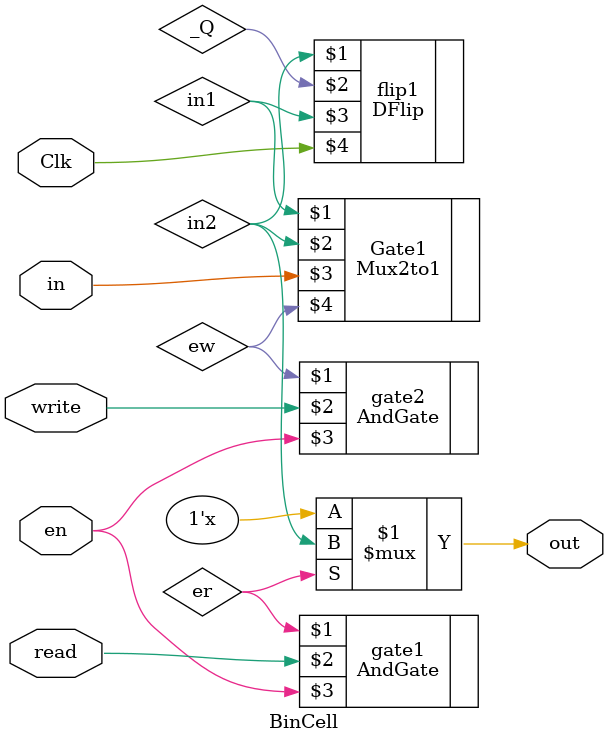
<source format=v>
module BinCell(out, in, read, write, en, Clk);

output out;
input in, read, write, en, Clk;

wire er, ew;
AndGate gate1(er, read, en);
AndGate gate2(ew, write, en);

wire in1, in2, _Q;
Mux2to1 Gate1(in1, in2, in, ew);
DFlip flip1( in2, _Q, in1, Clk);

bufif1 b4(out, in2, er);

endmodule

</source>
